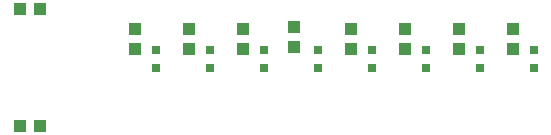
<source format=gtp>
%FSDAX24Y24*%
%MOIN*%
%SFA1B1*%

%IPPOS*%
%ADD13R,0.043307X0.039370*%
%ADD14R,0.031496X0.031496*%
%ADD15R,0.039370X0.043307*%
%LNpcb_controlboard-1*%
%LPD*%
G54D13*
X002545Y008270D03*
X003214D03*
X002545Y004370D03*
X003214D03*
G54D14*
X007080Y006906D03*
Y006315D03*
X008880Y006906D03*
Y006315D03*
X010680Y006906D03*
Y006315D03*
X012480Y006906D03*
Y006315D03*
X014280Y006906D03*
Y006315D03*
X016080Y006906D03*
Y006315D03*
X017880Y006906D03*
Y006315D03*
X019680Y006906D03*
Y006315D03*
G54D15*
X006380Y006935D03*
Y007604D03*
X008180Y006935D03*
Y007604D03*
X009980Y006935D03*
Y007604D03*
X011700Y006985D03*
Y007654D03*
X013580Y006935D03*
Y007604D03*
X015380Y006935D03*
Y007604D03*
X017180Y006935D03*
Y007604D03*
X018980Y006935D03*
Y007604D03*
M02*
</source>
